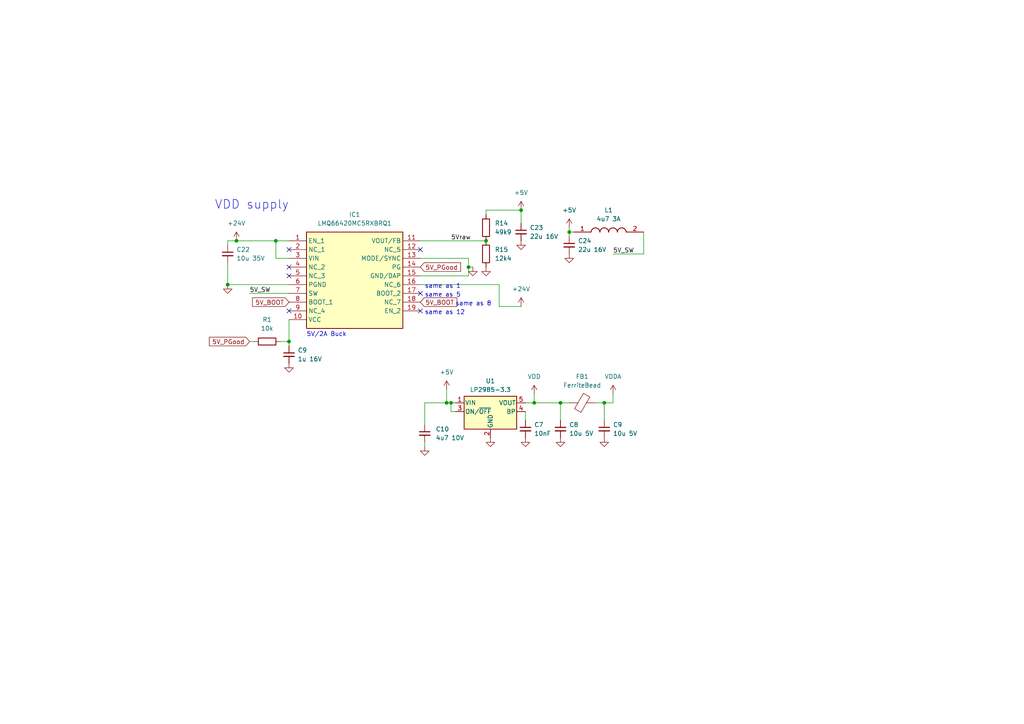
<source format=kicad_sch>
(kicad_sch (version 20230121) (generator eeschema)
  (paper "A4")
  (title_block (title "EP5 rearbox powerboard") (date "2024-06-27") (rev "2.0") (company "NTURacing") (comment 1 "郭哲明") (comment 2 "Electrical group"))
  (lib_symbols
    (symbol "Device:C_Small" (pin_numbers hide) (pin_names (offset 0.254) hide)
      (property "Reference" "C" (at 0.254 1.778 0))
      (property "Value" "C_Small" (at 0.254 -2.032 0))
      (symbol "C_Small_0_1"
        (polyline (pts (xy -1.524 -0.508) (xy 1.524 -0.508)) (stroke (width 0.3302)))
        (polyline (pts (xy -1.524 0.508) (xy 1.524 0.508)) (stroke (width 0.3048)))
      )
      (symbol "C_Small_1_1"
        (pin passive line (at 0 2.54 270) (length 2.032) (name "~") (number "1"))
        (pin passive line (at 0 -2.54 90) (length 2.032) (name "~") (number "2"))
      )
    )
    (symbol "Device:FerriteBead" (pin_numbers hide) (pin_names (offset 0))
      (property "Reference" "FB" (at -3.81 0.635 90))
      (property "Value" "FerriteBead" (at 3.81 0 90))
      (symbol "FerriteBead_0_1"
        (polyline (pts (xy 0 -1.27) (xy 0 -1.2192)))
        (polyline (pts (xy 0 1.27) (xy 0 1.2954)))
        (polyline (pts (xy -2.7686 0.4064) (xy -1.7018 2.2606) (xy 2.7686 -0.3048) (xy 1.6764 -2.159) (xy -2.7686 0.4064)))
      )
      (symbol "FerriteBead_1_1"
        (pin passive line (at 0 3.81 270) (length 2.54) (name "~") (number "1"))
        (pin passive line (at 0 -3.81 90) (length 2.54) (name "~") (number "2"))
      )
    )
    (symbol "Device:R" (pin_numbers hide) (pin_names (offset 0))
      (property "Reference" "R" (at 2.032 0 90))
      (property "Value" "R" (at 0 0 90))
      (symbol "R_0_1"
        (rectangle (start -1.016 -2.54) (end 1.016 2.54) (stroke (width 0.254)))
      )
      (symbol "R_1_1"
        (pin passive line (at 0 3.81 270) (length 1.27) (name "~") (number "1"))
        (pin passive line (at 0 -3.81 90) (length 1.27) (name "~") (number "2"))
      )
    )
    (symbol "Regulator_Linear:LP2985-3.3" (pin_names (offset 0.254))
      (property "Reference" "U" (at -6.35 5.715 0))
      (property "Value" "LP2985-3.3" (at 0 5.715 0))
      (symbol "LP2985-3.3_0_1"
        (rectangle (start -7.62 -5.08) (end 7.62 4.445) (stroke (width 0.254)) (fill (type background)))
      )
      (symbol "LP2985-3.3_1_1"
        (pin power_in line (at -10.16 2.54 0) (length 2.54) (name "VIN") (number "1"))
        (pin power_in line (at 0 -7.62 90) (length 2.54) (name "GND") (number "2"))
        (pin input line (at -10.16 0 0) (length 2.54) (name "ON/~{OFF}") (number "3"))
        (pin input line (at 10.16 0 180) (length 2.54) (name "BP") (number "4"))
        (pin power_out line (at 10.16 2.54 180) (length 2.54) (name "VOUT") (number "5"))
      )
    )
    (symbol "SamacSys_Parts:LMQ66420MC5RXBRQ1"
      (property "Reference" "IC" (at 34.29 7.62 0))
      (property "Value" "LMQ66420MC5RXBRQ1" (at 34.29 5.08 0))
      (symbol "LMQ66420MC5RXBRQ1_1_1"
        (rectangle (start 5.08 2.54) (end 33.02 -25.4) (stroke (width 0.254)) (fill (type background)))
        (pin passive line (at 0 0 0) (length 5.08) (name "EN_1") (number "1"))
        (pin passive line (at 0 -22.86 0) (length 5.08) (name "VCC") (number "10"))
        (pin passive line (at 38.1 0 180) (length 5.08) (name "VOUT/FB") (number "11"))
        (pin passive line (at 38.1 -2.54 180) (length 5.08) (name "NC_5") (number "12"))
        (pin passive line (at 38.1 -5.08 180) (length 5.08) (name "MODE/SYNC") (number "13"))
        (pin passive line (at 38.1 -7.62 180) (length 5.08) (name "PG") (number "14"))
        (pin passive line (at 38.1 -10.16 180) (length 5.08) (name "GND/DAP") (number "15"))
        (pin passive line (at 38.1 -12.7 180) (length 5.08) (name "NC_6") (number "16"))
        (pin passive line (at 38.1 -15.24 180) (length 5.08) (name "BOOT_2") (number "17"))
        (pin passive line (at 38.1 -17.78 180) (length 5.08) (name "NC_7") (number "18"))
        (pin passive line (at 38.1 -20.32 180) (length 5.08) (name "EN_2") (number "19"))
        (pin passive line (at 0 -2.54 0) (length 5.08) (name "NC_1") (number "2"))
        (pin passive line (at 0 -5.08 0) (length 5.08) (name "VIN") (number "3"))
        (pin passive line (at 0 -7.62 0) (length 5.08) (name "NC_2") (number "4"))
        (pin passive line (at 0 -10.16 0) (length 5.08) (name "NC_3") (number "5"))
        (pin passive line (at 0 -12.7 0) (length 5.08) (name "PGND") (number "6"))
        (pin passive line (at 0 -15.24 0) (length 5.08) (name "SW") (number "7"))
        (pin passive line (at 0 -17.78 0) (length 5.08) (name "BOOT_1") (number "8"))
        (pin passive line (at 0 -20.32 0) (length 5.08) (name "NC_4") (number "9"))
      )
    )
    (symbol "SamacSys_Parts:SRP5030WA-2R2M" (pin_names hide)
      (property "Reference" "L" (at 16.51 6.35 0))
      (property "Value" "SRP5030WA-2R2M" (at 16.51 3.81 0))
      (symbol "SRP5030WA-2R2M_1_1"
        (arc (start 7.62 0) (mid 6.35 1.219) (end 5.08 0) (stroke (width 0.254)))
        (arc (start 10.16 0) (mid 8.89 1.219) (end 7.62 0) (stroke (width 0.254)))
        (arc (start 12.7 0) (mid 11.43 1.219) (end 10.16 0) (stroke (width 0.254)))
        (arc (start 15.24 0) (mid 13.97 1.219) (end 12.7 0) (stroke (width 0.254)))
        (pin passive line (at 0 0 0) (length 5.08) (name "1") (number "1"))
        (pin passive line (at 20.32 0 180) (length 5.08) (name "2") (number "2"))
      )
    )
    (symbol "power:+24V" (power) (pin_names (offset 0))
      (property "Value" "+24V" (at 0 3.556 0))
      (symbol "+24V_0_1"
        (polyline (pts (xy -0.762 1.27) (xy 0 2.54)))
        (polyline (pts (xy 0 0) (xy 0 2.54)))
        (polyline (pts (xy 0 2.54) (xy 0.762 1.27)))
      )
      (symbol "+24V_1_1"
        (pin power_in line (at 0 0 90) (length 0) hide (name "+24V") (number "1"))
      )
    )
    (symbol "power:+5V" (power) (pin_names (offset 0))
      (property "Value" "+5V" (at 0 3.556 0))
      (symbol "+5V_0_1"
        (polyline (pts (xy -0.762 1.27) (xy 0 2.54)))
        (polyline (pts (xy 0 0) (xy 0 2.54)))
        (polyline (pts (xy 0 2.54) (xy 0.762 1.27)))
      )
      (symbol "+5V_1_1"
        (pin power_in line (at 0 0 90) (length 0) hide (name "+5V") (number "1"))
      )
    )
    (symbol "power:GND" (power) (pin_names (offset 0))
      (property "Value" "GND" (at 0 -3.81 0))
      (symbol "GND_0_1"
        (polyline (pts (xy 0 0) (xy 0 -1.27) (xy 1.27 -1.27) (xy 0 -2.54) (xy -1.27 -1.27) (xy 0 -1.27)))
      )
      (symbol "GND_1_1"
        (pin power_in line (at 0 0 270) (length 0) hide (name "GND") (number "1"))
      )
    )
    (symbol "power:VDD" (power) (pin_names (offset 0))
      (property "Value" "VDD" (at 0 3.81 0))
      (symbol "VDD_0_1"
        (polyline (pts (xy -0.762 1.27) (xy 0 2.54)))
        (polyline (pts (xy 0 0) (xy 0 2.54)))
        (polyline (pts (xy 0 2.54) (xy 0.762 1.27)))
      )
      (symbol "VDD_1_1"
        (pin power_in line (at 0 0 90) (length 0) hide (name "VDD") (number "1"))
      )
    )
    (symbol "power:VDDA" (power) (pin_names (offset 0))
      (property "Value" "VDDA" (at 0 3.81 0))
      (symbol "VDDA_0_1"
        (polyline (pts (xy -0.762 1.27) (xy 0 2.54)))
        (polyline (pts (xy 0 0) (xy 0 2.54)))
        (polyline (pts (xy 0 2.54) (xy 0.762 1.27)))
      )
      (symbol "VDDA_1_1"
        (pin power_in line (at 0 0 90) (length 0) hide (name "VDDA") (number "1"))
      )
    )
  )
  (junction (at 80.01 69.85))
  (junction (at 129.54 116.84))
  (junction (at 68.58 69.85))
  (junction (at 165.1 67.31))
  (junction (at 130.81 116.84))
  (junction (at 151.13 60.96))
  (junction (at 135.89 77.47))
  (junction (at 175.26 116.84))
  (junction (at 154.94 116.84))
  (junction (at 83.82 99.06))
  (junction (at 66.04 82.55))
  (junction (at 162.56 116.84))
  (junction (at 140.97 69.85))
  (no_connect (at 121.92 85.09))
  (no_connect (at 121.92 72.39))
  (no_connect (at 83.82 77.47))
  (no_connect (at 83.82 90.17))
  (no_connect (at 83.82 72.39))
  (no_connect (at 83.82 80.01))
  (no_connect (at 121.92 90.17))
  (wire (pts (xy 123.19 116.84) (xy 129.54 116.84)))
  (wire (pts (xy 151.13 60.96) (xy 151.13 64.77)))
  (wire (pts (xy 144.78 88.9) (xy 144.78 82.55)))
  (wire (pts (xy 151.13 88.9) (xy 144.78 88.9)))
  (wire (pts (xy 72.39 99.06) (xy 73.66 99.06)))
  (wire (pts (xy 129.54 113.03) (xy 129.54 116.84)))
  (wire (pts (xy 166.37 67.31) (xy 165.1 67.31)))
  (wire (pts (xy 123.19 116.84) (xy 123.19 123.19)))
  (wire (pts (xy 66.04 76.2) (xy 66.04 82.55)))
  (wire (pts (xy 80.01 74.93) (xy 80.01 69.85)))
  (wire (pts (xy 175.26 116.84) (xy 175.26 121.92)))
  (wire (pts (xy 154.94 116.84) (xy 162.56 116.84)))
  (wire (pts (xy 177.8 114.3) (xy 177.8 116.84)))
  (wire (pts (xy 152.4 121.92) (xy 152.4 119.38)))
  (wire (pts (xy 137.16 77.47) (xy 135.89 77.47)))
  (wire (pts (xy 186.69 73.66) (xy 186.69 67.31)))
  (wire (pts (xy 66.04 82.55) (xy 83.82 82.55)))
  (wire (pts (xy 175.26 116.84) (xy 177.8 116.84)))
  (wire (pts (xy 83.82 74.93) (xy 80.01 74.93)))
  (wire (pts (xy 121.92 69.85) (xy 140.97 69.85)))
  (wire (pts (xy 175.26 116.84) (xy 172.72 116.84)))
  (wire (pts (xy 121.92 80.01) (xy 135.89 80.01)))
  (wire (pts (xy 83.82 99.06) (xy 83.82 100.33)))
  (wire (pts (xy 144.78 82.55) (xy 121.92 82.55)))
  (wire (pts (xy 121.92 74.93) (xy 135.89 74.93)))
  (wire (pts (xy 130.81 116.84) (xy 132.08 116.84)))
  (wire (pts (xy 135.89 77.47) (xy 135.89 80.01)))
  (wire (pts (xy 123.19 128.27) (xy 123.19 129.54)))
  (wire (pts (xy 66.04 71.12) (xy 66.04 69.85)))
  (wire (pts (xy 165.1 68.58) (xy 165.1 67.31)))
  (wire (pts (xy 135.89 74.93) (xy 135.89 77.47)))
  (wire (pts (xy 130.81 119.38) (xy 132.08 119.38)))
  (wire (pts (xy 140.97 60.96) (xy 140.97 62.23)))
  (wire (pts (xy 80.01 69.85) (xy 83.82 69.85)))
  (wire (pts (xy 83.82 92.71) (xy 83.82 99.06)))
  (wire (pts (xy 80.01 69.85) (xy 68.58 69.85)))
  (wire (pts (xy 152.4 116.84) (xy 154.94 116.84)))
  (wire (pts (xy 162.56 116.84) (xy 165.1 116.84)))
  (wire (pts (xy 81.28 99.06) (xy 83.82 99.06)))
  (wire (pts (xy 129.54 116.84) (xy 130.81 116.84)))
  (wire (pts (xy 72.39 85.09) (xy 83.82 85.09)))
  (wire (pts (xy 154.94 114.3) (xy 154.94 116.84)))
  (wire (pts (xy 177.8 73.66) (xy 186.69 73.66)))
  (wire (pts (xy 151.13 60.96) (xy 140.97 60.96)))
  (wire (pts (xy 165.1 66.04) (xy 165.1 67.31)))
  (wire (pts (xy 130.81 116.84) (xy 130.81 119.38)))
  (wire (pts (xy 66.04 69.85) (xy 68.58 69.85)))
  (wire (pts (xy 162.56 116.84) (xy 162.56 121.92)))
  (text "5V/2A Buck" (at 88.9 97.79 0) (effects (font (size 1.27 1.27)) (justify left bottom)))
  (text "same as 1" (at 123.19 83.82 0) (effects (font (size 1.27 1.27)) (justify left bottom)))
  (text "VDD supply" (at 62.23 60.96 0) (effects (font (size 2.54 2.54)) (justify left bottom)))
  (text "same as 8" (at 132.08 88.9 0) (effects (font (size 1.27 1.27)) (justify left bottom)))
  (text "same as 5" (at 123.19 86.36 0) (effects (font (size 1.27 1.27)) (justify left bottom)))
  (text "same as 12" (at 123.19 91.44 0) (effects (font (size 1.27 1.27)) (justify left bottom)))
  (label "5Vraw" (at 130.81 69.85 0))
  (label "5V_SW" (at 72.39 85.09 0))
  (label "5V_SW" (at 177.8 73.66 0))
  (global_label "5V_BOOT" (shape input) (at 121.92 87.63 0) (property "Intersheetrefs" "${INTERSHEET_REFS}" (effects hide)))
  (global_label "5V_PGood" (shape input) (at 121.92 77.47 0) (property "Intersheetrefs" "${INTERSHEET_REFS}" (effects hide)))
  (global_label "5V_PGood" (shape input) (at 72.39 99.06 180) (property "Intersheetrefs" "${INTERSHEET_REFS}" (effects hide)))
  (global_label "5V_BOOT" (shape input) (at 83.82 87.63 180) (property "Intersheetrefs" "${INTERSHEET_REFS}" (effects hide)))
  (symbol (lib_id "Device:C_Small") (at 175.26 124.46 0) (unit 1)
    (property "Reference" "C9" (at 177.8 123.19 0) (effects (justify left)))
    (property "Value" "10u 5V" (at 177.8 125.73 0) (effects (justify left)))
    (property "Footprint" "Capacitor_SMD:C_0805_2012Metric" (effects hide))
  )
  (symbol (lib_id "power:GND") (at 175.26 127 0) (unit 1)
    (property "Reference" "#PWR033" (effects hide))
    (property "Value" "GND" (effects hide))
  )
  (symbol (lib_id "Device:C_Small") (at 151.13 67.31 0) (unit 1)
    (property "Reference" "C23" (at 153.67 66.0463 0) (effects (justify left)))
    (property "Value" "22u 16V" (at 153.67 68.5863 0) (effects (justify left)))
    (property "Footprint" "Capacitor_SMD:C_1206_3216Metric" (effects hide))
    (instances (project "rearbox_nucleo_1" (path "" (reference "C23") (unit 1))) (project "power board" (path "" (reference "C4") (unit 1)) (path "" (reference "C4") (unit 1))))
  )
  (symbol (lib_id "Device:FerriteBead") (at 168.91 116.84 90) (unit 1)
    (property "Reference" "FB1" (at 168.8592 109.22 90))
    (property "Value" "FerriteBead" (at 168.8592 111.76 90))
    (property "Footprint" "Inductor_SMD:L_0805_2012Metric" (effects hide))
  )
  (symbol (lib_id "power:GND") (at 66.04 82.55 0) (unit 1)
    (property "Reference" "#PWR024" (effects hide))
    (property "Value" "GND" (effects hide))
    (instances (project "rearbox_nucleo_1" (path "" (reference "#PWR024") (unit 1))) (project "BMS_MASTER_STM32F105RC" (path "" (reference "#PWR018") (unit 1))) (project "power board" (path "" (reference "#PWR014") (unit 1)) (path "" (reference "#PWR014") (unit 1))))
  )
  (symbol (lib_id "power:+5V") (at 129.54 113.03 0) (unit 1)
    (property "Reference" "#PWR095" (effects hide))
    (property "Value" "+5V" (at 129.54 107.95 0))
    (instances (project "rearbox_nucleo_1" (path "" (reference "#PWR095") (unit 1))) (project "BMS_MASTER_STM32F105RC" (path "" (reference "#PWR026") (unit 1))) (project "power board" (path "" (reference "#PWR027") (unit 1)) (path "" (reference "#PWR027") (unit 1))))
  )
  (symbol (lib_id "power:GND") (at 165.1 73.66 0) (unit 1)
    (property "Reference" "#PWR089" (effects hide))
    (property "Value" "GND" (effects hide))
    (instances (project "rearbox_nucleo_1" (path "" (reference "#PWR089") (unit 1))) (project "BMS_MASTER_STM32F105RC" (path "" (reference "#PWR022") (unit 1))) (project "power board" (path "" (reference "#PWR010") (unit 1)) (path "" (reference "#PWR011") (unit 1))))
  )
  (symbol (lib_id "power:GND") (at 152.4 127 0) (unit 1)
    (property "Reference" "#PWR031" (effects hide))
    (property "Value" "GND" (effects hide))
  )
  (symbol (lib_id "Device:C_Small") (at 152.4 124.46 0) (unit 1)
    (property "Reference" "C7" (at 154.94 123.1963 0) (effects (justify left)))
    (property "Value" "10nF" (at 154.94 125.7363 0) (effects (justify left)))
    (property "Footprint" "Capacitor_SMD:C_0805_2012Metric" (effects hide))
  )
  (symbol (lib_id "Device:R") (at 77.47 99.06 90) (unit 1)
    (property "Reference" "R1" (at 77.47 92.71 90))
    (property "Value" "10k" (at 77.47 95.25 90))
    (property "Footprint" "Resistor_SMD:R_0603_1608Metric" (effects hide))
    (instances (project "rearbox_nucleo_1" (path "" (reference "R1") (unit 1))) (project "BMS_MASTER_STM32F105RC" (path "" (reference "R3") (unit 1))) (project "power board" (path "" (reference "R9") (unit 1)) (path "" (reference "R9") (unit 1))))
  )
  (symbol (lib_id "Regulator_Linear:LP2985-3.3") (at 142.24 119.38 0) (unit 1)
    (property "Reference" "U1" (at 142.24 110.49 0))
    (property "Value" "LP2985-3.3" (at 142.24 113.03 0))
    (property "Footprint" "Package_TO_SOT_SMD:SOT-23-5" (effects hide))
    (property "Datasheet" "http://www.ti.com/lit/ds/symlink/lp2985.pdf" (effects hide))
  )
  (symbol (lib_id "power:+5V") (at 151.13 60.96 0) (unit 1)
    (property "Reference" "#PWR095" (effects hide))
    (property "Value" "+5V" (at 151.13 55.88 0))
    (instances (project "rearbox_nucleo_1" (path "" (reference "#PWR095") (unit 1))) (project "BMS_MASTER_STM32F105RC" (path "" (reference "#PWR026") (unit 1))) (project "power board" (path "" (reference "#PWR01") (unit 1)) (path "" (reference "#PWR01") (unit 1))))
  )
  (symbol (lib_id "power:GND") (at 140.97 77.47 0) (unit 1)
    (property "Reference" "#PWR087" (effects hide))
    (property "Value" "GND" (effects hide))
    (instances (project "rearbox_nucleo_1" (path "" (reference "#PWR087") (unit 1))) (project "BMS_MASTER_STM32F105RC" (path "" (reference "#PWR020") (unit 1))) (project "power board" (path "" (reference "#PWR012") (unit 1)) (path "" (reference "#PWR013") (unit 1))))
  )
  (symbol (lib_id "power:GND") (at 123.19 129.54 0) (unit 1)
    (property "Reference" "#PWR036" (effects hide))
    (property "Value" "GND" (effects hide))
  )
  (symbol (lib_id "power:VDD") (at 154.94 114.3 0) (unit 1)
    (property "Reference" "#PWR028" (effects hide))
    (property "Value" "VDD" (at 154.94 109.22 0))
  )
  (symbol (lib_id "SamacSys_Parts:LMQ66420MC5RXBRQ1") (at 83.82 69.85 0) (unit 1)
    (property "Reference" "IC1" (at 102.87 62.23 0))
    (property "Value" "LMQ66420MC5RXBRQ1" (at 102.87 64.77 0))
    (property "Footprint" "SamacSys_Parts:LMR66430R5RXBR" (effects hide))
    (property "Datasheet" "https://www.ti.com/lit/gpn/lmq66420-q1?HQS=ti-null-null-sf-df-pf-sep-wwe&DCM=yes?hkey=EF798316E3902B6ED9A73243A3159BB0" (effects hide))
    (property "Height" "1.05" (effects hide))
    (property "Manufacturer_Name" "Texas Instruments" (effects hide))
    (property "Manufacturer_Part_Number" "LMQ66420MC5RXBRQ1" (effects hide))
    (property "Mouser Part Number" "595-MQ66420MC5RXBRQ1" (effects hide))
    (property "Mouser Price/Stock" "https://www.mouser.co.uk/ProductDetail/Texas-Instruments/LMQ66420MC5RXBRQ1?qs=1Kr7Jg1SGW%2FJb4To9Gytbg%3D%3D" (effects hide))
  )
  (symbol (lib_id "Device:C_Small") (at 66.04 73.66 0) (unit 1)
    (property "Reference" "C22" (at 68.58 72.3963 0) (effects (justify left)))
    (property "Value" "10u 35V" (at 68.58 74.9363 0) (effects (justify left)))
    (property "Footprint" "Capacitor_SMD:C_1206_3216Metric" (effects hide))
    (instances (project "rearbox_nucleo_1" (path "" (reference "C22") (unit 1))) (project "power board" (path "" (reference "C2") (unit 1)) (path "" (reference "C2") (unit 1))))
  )
  (symbol (lib_id "power:GND") (at 83.82 105.41 0) (unit 1)
    (property "Reference" "#PWR067" (effects hide))
    (property "Value" "GND" (effects hide))
    (instances (project "rearbox_nucleo_1" (path "" (reference "#PWR067") (unit 1))) (project "BMS_MASTER_STM32F105RC" (path "" (reference "#PWR017") (unit 1))) (project "power board" (path "" (reference "#PWR021") (unit 1)) (path "" (reference "#PWR021") (unit 1))))
  )
  (symbol (lib_id "power:GND") (at 162.56 127 0) (unit 1)
    (property "Reference" "#PWR032" (effects hide))
    (property "Value" "GND" (effects hide))
  )
  (symbol (lib_id "power:GND") (at 137.16 77.47 0) (unit 1)
    (property "Reference" "#PWR079" (effects hide))
    (property "Value" "GND" (effects hide))
    (instances (project "rearbox_nucleo_1" (path "" (reference "#PWR079") (unit 1))) (project "BMS_MASTER_STM32F105RC" (path "" (reference "#PWR023") (unit 1))) (project "power board" (path "" (reference "#PWR011") (unit 1)) (path "" (reference "#PWR012") (unit 1))))
  )
  (symbol (lib_id "Device:R") (at 140.97 73.66 0) (unit 1)
    (property "Reference" "R15" (at 143.51 72.39 0) (effects (justify left)))
    (property "Value" "12k4" (at 143.51 74.93 0) (effects (justify left)))
    (property "Footprint" "Resistor_SMD:R_0603_1608Metric" (effects hide))
    (instances (project "rearbox_nucleo_1" (path "" (reference "R15") (unit 1))) (project "BMS_MASTER_STM32F105RC" (path "" (reference "R2") (unit 1))) (project "power board" (path "" (reference "R4") (unit 1)) (path "" (reference "R4") (unit 1))))
  )
  (symbol (lib_id "power:+24V") (at 151.13 88.9 0) (unit 1)
    (property "Reference" "#PWR0107" (effects hide))
    (property "Value" "+24V" (at 151.13 83.82 0))
    (instances (project "rearbox_nucleo_1" (path "" (reference "#PWR0107") (unit 1)) (path "" (reference "#PWR091") (unit 1))) (project "power board" (path "" (reference "#PWR019") (unit 1)) (path "" (reference "#PWR019") (unit 1))))
  )
  (symbol (lib_id "power:+5V") (at 165.1 66.04 0) (unit 1)
    (property "Reference" "#PWR038" (effects hide))
    (property "Value" "+5V" (at 165.1 60.96 0))
    (instances (project "rearbox_nucleo_1" (path "" (reference "#PWR038") (unit 1))) (project "BMS_MASTER_STM32F105RC" (path "" (reference "#PWR026") (unit 1))) (project "power board" (path "" (reference "#PWR04") (unit 1)) (path "" (reference "#PWR04") (unit 1))))
  )
  (symbol (lib_id "power:VDDA") (at 177.8 114.3 0) (unit 1)
    (property "Reference" "#PWR029" (effects hide))
    (property "Value" "VDDA" (at 177.8 109.22 0))
  )
  (symbol (lib_id "Device:C_Small") (at 162.56 124.46 0) (unit 1)
    (property "Reference" "C8" (at 165.1 123.19 0) (effects (justify left)))
    (property "Value" "10u 5V" (at 165.1 125.73 0) (effects (justify left)))
    (property "Footprint" "Capacitor_SMD:C_0805_2012Metric" (effects hide))
  )
  (symbol (lib_id "Device:C_Small") (at 165.1 71.12 0) (unit 1)
    (property "Reference" "C24" (at 167.64 69.8563 0) (effects (justify left)))
    (property "Value" "22u 16V" (at 167.64 72.3963 0) (effects (justify left)))
    (property "Footprint" "Capacitor_SMD:C_1206_3216Metric" (effects hide))
    (instances (project "rearbox_nucleo_1" (path "" (reference "C24") (unit 1))) (project "power board" (path "" (reference "C3") (unit 1)) (path "" (reference "C3") (unit 1))))
  )
  (symbol (lib_id "power:GND") (at 151.13 69.85 0) (unit 1)
    (property "Reference" "#PWR096" (effects hide))
    (property "Value" "GND" (effects hide))
    (instances (project "rearbox_nucleo_1" (path "" (reference "#PWR096") (unit 1))) (project "BMS_MASTER_STM32F105RC" (path "" (reference "#PWR025") (unit 1))) (project "power board" (path "" (reference "#PWR013") (unit 1)) (path "" (reference "#PWR010") (unit 1))))
  )
  (symbol (lib_id "Device:C_Small") (at 83.82 102.87 0) (unit 1)
    (property "Reference" "C9" (at 86.36 101.6063 0) (effects (justify left)))
    (property "Value" "1u 16V" (at 86.36 104.1463 0) (effects (justify left)))
    (property "Footprint" "Capacitor_SMD:C_0805_2012Metric" (effects hide))
    (instances (project "rearbox_nucleo_1" (path "" (reference "C9") (unit 1))) (project "power board" (path "" (reference "C6") (unit 1)) (path "" (reference "C6") (unit 1))))
  )
  (symbol (lib_id "Device:R") (at 140.97 66.04 0) (unit 1)
    (property "Reference" "R14" (at 143.51 64.77 0) (effects (justify left)))
    (property "Value" "49k9" (at 143.51 67.31 0) (effects (justify left)))
    (property "Footprint" "Resistor_SMD:R_0603_1608Metric" (effects hide))
    (instances (project "rearbox_nucleo_1" (path "" (reference "R14") (unit 1))) (project "BMS_MASTER_STM32F105RC" (path "" (reference "R1") (unit 1))) (project "power board" (path "" (reference "R1") (unit 1)) (path "" (reference "R1") (unit 1))))
  )
  (symbol (lib_id "power:+24V") (at 68.58 69.85 0) (unit 1)
    (property "Reference" "#PWR0107" (effects hide))
    (property "Value" "+24V" (at 68.58 64.77 0))
    (instances (project "rearbox_nucleo_1" (path "" (reference "#PWR0107") (unit 1)) (path "" (reference "#PWR019") (unit 1))) (project "power board" (path "" (reference "#PWR06") (unit 1)) (path "" (reference "#PWR06") (unit 1))))
  )
  (symbol (lib_id "SamacSys_Parts:SRP5030WA-2R2M") (at 166.37 67.31 0) (unit 1)
    (property "Reference" "L1" (at 176.53 60.96 0))
    (property "Value" "4u7 3A" (at 176.53 63.5 0))
    (property "Footprint" "SamacSys_Parts:INDPM5552X300N" (effects hide))
    (property "Datasheet" "https://g.componentsearchengine.com/Datasheets/0/17601779.pdf" (effects hide))
    (property "Height" "3" (effects hide))
    (property "Mouser Part Number" "652-SRP5030WA-2R2M" (effects hide))
    (property "Mouser Price/Stock" "https://www.mouser.co.uk/ProductDetail/Bourns/SRP5030WA-2R2M?qs=9vOqFld9vZVq3RBIMMlcwg%3D%3D" (effects hide))
    (property "Manufacturer_Name" "Bourns" (effects hide))
    (property "Manufacturer_Part_Number" "SRP5030WA-2R2M" (effects hide))
  )
  (symbol (lib_id "power:GND") (at 142.24 127 0) (unit 1)
    (property "Reference" "#PWR030" (effects hide))
    (property "Value" "GND" (effects hide))
  )
  (symbol (lib_id "Device:C_Small") (at 123.19 125.73 0) (unit 1)
    (property "Reference" "C10" (at 126.365 124.46 0) (effects (justify left)))
    (property "Value" "4u7 10V" (at 126.365 127 0) (effects (justify left)))
    (property "Footprint" "Capacitor_SMD:C_0805_2012Metric" (effects hide))
  )
)
</source>
